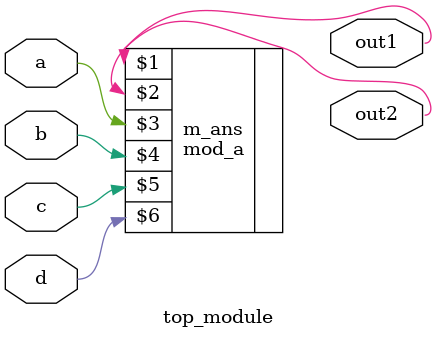
<source format=v>
module top_module ( 
    input a, 
    input b, 
    input c,
    input d,
    output out1,
    output out2
);
    mod_a m_ans(out1,out2,a,b,c,d) ;
endmodule

</source>
